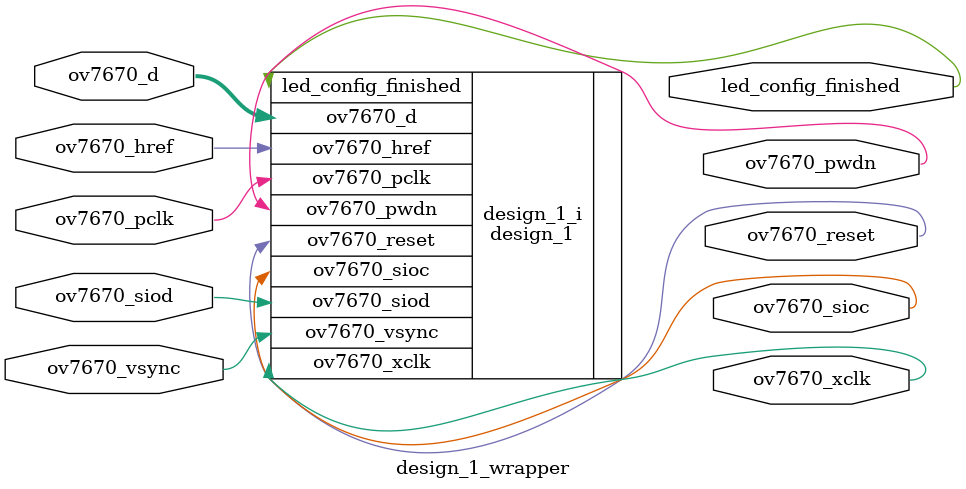
<source format=v>
`timescale 1 ps / 1 ps

module design_1_wrapper
   (led_config_finished,
    ov7670_d,
    ov7670_href,
    ov7670_pclk,
    ov7670_pwdn,
    ov7670_reset,
    ov7670_sioc,
    ov7670_siod,
    ov7670_vsync,
    ov7670_xclk);
  output led_config_finished;
  input [7:0]ov7670_d;
  input ov7670_href;
  input ov7670_pclk;
  output ov7670_pwdn;
  output ov7670_reset;
  output ov7670_sioc;
  inout ov7670_siod;
  input ov7670_vsync;
  output ov7670_xclk;

  wire led_config_finished;
  wire [7:0]ov7670_d;
  wire ov7670_href;
  wire ov7670_pclk;
  wire ov7670_pwdn;
  wire ov7670_reset;
  wire ov7670_sioc;
  wire ov7670_siod;
  wire ov7670_vsync;
  wire ov7670_xclk;

  design_1 design_1_i
       (.led_config_finished(led_config_finished),
        .ov7670_d(ov7670_d),
        .ov7670_href(ov7670_href),
        .ov7670_pclk(ov7670_pclk),
        .ov7670_pwdn(ov7670_pwdn),
        .ov7670_reset(ov7670_reset),
        .ov7670_sioc(ov7670_sioc),
        .ov7670_siod(ov7670_siod),
        .ov7670_vsync(ov7670_vsync),
        .ov7670_xclk(ov7670_xclk));
endmodule

</source>
